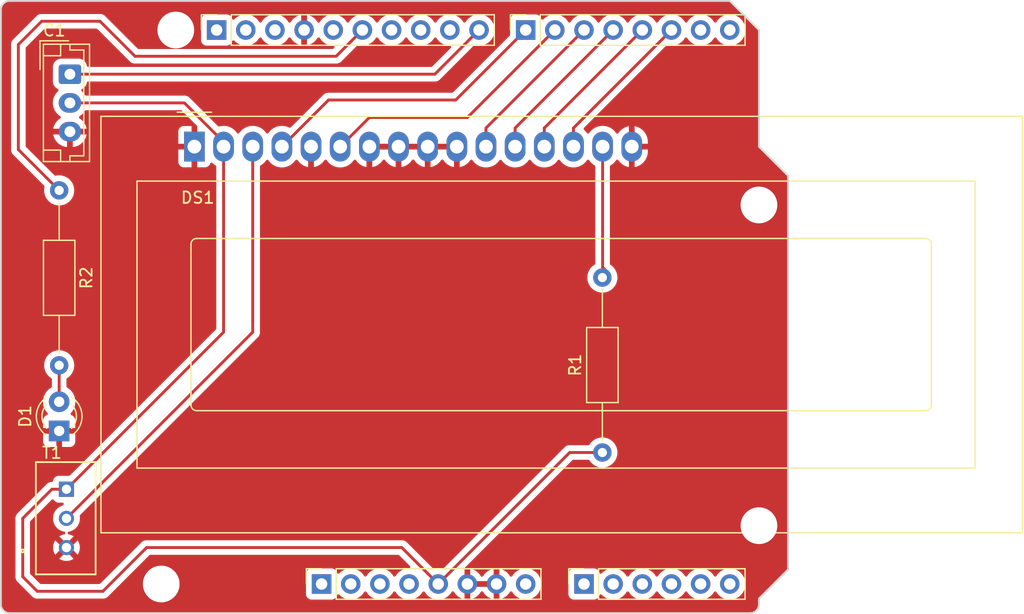
<source format=kicad_pcb>
(kicad_pcb (version 20221018) (generator pcbnew)
  (title_block (date "mar. 31 mars 2015"))
  (layers (0 "F.Cu" signal) (31 "B.Cu" signal) (34 "B.Paste" user) (35 "F.Paste" user) (36 "B.SilkS" user "B.Silkscreen") (37 "F.SilkS" user "F.Silkscreen") (38 "B.Mask" user) (39 "F.Mask" user) (44 "Edge.Cuts" user))
  (net 0 "")
  (net 1 "GND")
  (net 3 "+5V")
  (net 4 "/IOREF")
  (net 5 "/A0")
  (net 6 "/A1")
  (net 7 "/A2")
  (net 8 "/A3")
  (net 9 "/SDA{slash}A4")
  (net 10 "/SCL{slash}A5")
  (net 11 "/13")
  (net 12 "/12")
  (net 13 "/AREF")
  (net 14 "/8")
  (net 15 "/7")
  (net 16 "/*11")
  (net 17 "/*10")
  (net 18 "/*9")
  (net 19 "/4")
  (net 20 "/2")
  (net 21 "/*6")
  (net 22 "/*5")
  (net 23 "/TX{slash}1")
  (net 24 "/*3")
  (net 25 "/RX{slash}0")
  (net 26 "+3V3")
  (net 27 "VCC")
  (net 28 "/~{RESET}")
  (net 29 "Net-(DS1-VO)")
  (net 30 "Net-(DS1-LED(+))")
  (net 31 "/SDA{slash}A4*")
  (net 32 "/SCL{slash}A5*")
  (net 33 "Net-(D1-A)")
  (footprint "Connector_PinSocket_2.54mm:PinSocket_1x08_P2.54mm_Vertical" (layer "F.Cu") (at 127.94 97.46 90)
    (fp_text reference "J1" hide)
    (fp_text value "Power")
    (fp_line (start -1.33 1.27) (end -1.33 19.11) (stroke (width 0.12)) (layer "F.SilkS"))
    (fp_line (start -1.33 1.27) (end 1.33 1.27) (stroke (width 0.12)) (layer "F.SilkS"))
    (fp_line (start -1.33 19.11) (end 1.33 19.11) (stroke (width 0.12)) (layer "F.SilkS"))
    (fp_line (start 0 -1.33) (end 1.33 -1.33) (stroke (width 0.12)) (layer "F.SilkS"))
    (fp_line (start 1.33 -1.33) (end 1.33 0) (stroke (width 0.12)) (layer "F.SilkS"))
    (fp_line (start 1.33 1.27) (end 1.33 19.11) (stroke (width 0.12)) (layer "F.SilkS"))
    (pad "1" thru_hole rect locked (at 0 0 90) (size 1.7 1.7) (drill 1) (layers "*.Cu" "*.Mask"))
    (pad "2" thru_hole oval locked (at 0 2.54 90) (size 1.7 1.7) (drill 1) (layers "*.Cu" "*.Mask") (net 4 "/IOREF"))
    (pad "3" thru_hole oval locked (at 0 5.08 90) (size 1.7 1.7) (drill 1) (layers "*.Cu" "*.Mask") (net 28 "/~{RESET}"))
    (pad "4" thru_hole oval locked (at 0 7.62 90) (size 1.7 1.7) (drill 1) (layers "*.Cu" "*.Mask") (net 26 "+3V3"))
    (pad "5" thru_hole oval locked (at 0 10.16 90) (size 1.7 1.7) (drill 1) (layers "*.Cu" "*.Mask") (net 3 "+5V"))
    (pad "6" thru_hole oval locked (at 0 12.7 90) (size 1.7 1.7) (drill 1) (layers "*.Cu" "*.Mask") (net 1 "GND"))
    (pad "7" thru_hole oval locked (at 0 15.24 90) (size 1.7 1.7) (drill 1) (layers "*.Cu" "*.Mask") (net 1 "GND"))
    (pad "8" thru_hole oval locked (at 0 17.78 90) (size 1.7 1.7) (drill 1) (layers "*.Cu" "*.Mask") (net 27 "VCC"))
  )
  (footprint "Connector_PinSocket_2.54mm:PinSocket_1x06_P2.54mm_Vertical" (layer "F.Cu") (at 150.8 97.46 90)
    (fp_text reference "J3" hide)
    (fp_text value "Analog")
    (fp_line (start -1.33 1.27) (end -1.33 14.03) (stroke (width 0.12)) (layer "F.SilkS"))
    (fp_line (start -1.33 1.27) (end 1.33 1.27) (stroke (width 0.12)) (layer "F.SilkS"))
    (fp_line (start -1.33 14.03) (end 1.33 14.03) (stroke (width 0.12)) (layer "F.SilkS"))
    (fp_line (start 0 -1.33) (end 1.33 -1.33) (stroke (width 0.12)) (layer "F.SilkS"))
    (fp_line (start 1.33 -1.33) (end 1.33 0) (stroke (width 0.12)) (layer "F.SilkS"))
    (fp_line (start 1.33 1.27) (end 1.33 14.03) (stroke (width 0.12)) (layer "F.SilkS"))
    (pad "1" thru_hole rect locked (at 0 0 90) (size 1.7 1.7) (drill 1) (layers "*.Cu" "*.Mask") (net 5 "/A0"))
    (pad "2" thru_hole oval locked (at 0 2.54 90) (size 1.7 1.7) (drill 1) (layers "*.Cu" "*.Mask") (net 6 "/A1"))
    (pad "3" thru_hole oval locked (at 0 5.08 90) (size 1.7 1.7) (drill 1) (layers "*.Cu" "*.Mask") (net 7 "/A2"))
    (pad "4" thru_hole oval locked (at 0 7.62 90) (size 1.7 1.7) (drill 1) (layers "*.Cu" "*.Mask") (net 8 "/A3"))
    (pad "5" thru_hole oval locked (at 0 10.16 90) (size 1.7 1.7) (drill 1) (layers "*.Cu" "*.Mask") (net 31 "/SDA{slash}A4*"))
    (pad "6" thru_hole oval locked (at 0 12.7 90) (size 1.7 1.7) (drill 1) (layers "*.Cu" "*.Mask") (net 32 "/SCL{slash}A5*"))
  )
  (footprint "Connector_PinSocket_2.54mm:PinSocket_1x10_P2.54mm_Vertical" (layer "F.Cu") (at 118.796 49.2 90)
    (fp_text reference "J2" hide)
    (fp_text value "Digital/PWM")
    (fp_line (start -1.33 1.27) (end -1.33 24.19) (stroke (width 0.12)) (layer "F.SilkS"))
    (fp_line (start -1.33 1.27) (end 1.33 1.27) (stroke (width 0.12)) (layer "F.SilkS"))
    (fp_line (start -1.33 24.19) (end 1.33 24.19) (stroke (width 0.12)) (layer "F.SilkS"))
    (fp_line (start 0 -1.33) (end 1.33 -1.33) (stroke (width 0.12)) (layer "F.SilkS"))
    (fp_line (start 1.33 -1.33) (end 1.33 0) (stroke (width 0.12)) (layer "F.SilkS"))
    (fp_line (start 1.33 1.27) (end 1.33 24.19) (stroke (width 0.12)) (layer "F.SilkS"))
    (pad "1" thru_hole rect locked (at 0 0 90) (size 1.7 1.7) (drill 1) (layers "*.Cu" "*.Mask") (net 10 "/SCL{slash}A5"))
    (pad "2" thru_hole oval locked (at 0 2.54 90) (size 1.7 1.7) (drill 1) (layers "*.Cu" "*.Mask") (net 9 "/SDA{slash}A4"))
    (pad "3" thru_hole oval locked (at 0 5.08 90) (size 1.7 1.7) (drill 1) (layers "*.Cu" "*.Mask") (net 13 "/AREF"))
    (pad "4" thru_hole oval locked (at 0 7.62 90) (size 1.7 1.7) (drill 1) (layers "*.Cu" "*.Mask") (net 1 "GND"))
    (pad "5" thru_hole oval locked (at 0 10.16 90) (size 1.7 1.7) (drill 1) (layers "*.Cu" "*.Mask") (net 11 "/13"))
    (pad "6" thru_hole oval locked (at 0 12.7 90) (size 1.7 1.7) (drill 1) (layers "*.Cu" "*.Mask") (net 12 "/12"))
    (pad "7" thru_hole oval locked (at 0 15.24 90) (size 1.7 1.7) (drill 1) (layers "*.Cu" "*.Mask") (net 16 "/*11"))
    (pad "8" thru_hole oval locked (at 0 17.78 90) (size 1.7 1.7) (drill 1) (layers "*.Cu" "*.Mask") (net 17 "/*10"))
    (pad "9" thru_hole oval locked (at 0 20.32 90) (size 1.7 1.7) (drill 1) (layers "*.Cu" "*.Mask") (net 18 "/*9"))
    (pad "10" thru_hole oval locked (at 0 22.86 90) (size 1.7 1.7) (drill 1) (layers "*.Cu" "*.Mask") (net 14 "/8"))
  )
  (footprint "Connector_PinSocket_2.54mm:PinSocket_1x08_P2.54mm_Vertical" (layer "F.Cu") (at 145.72 49.2 90)
    (fp_text reference "J4" hide)
    (fp_text value "Digital/PWM")
    (fp_line (start -1.33 1.27) (end -1.33 19.11) (stroke (width 0.12)) (layer "F.SilkS"))
    (fp_line (start -1.33 1.27) (end 1.33 1.27) (stroke (width 0.12)) (layer "F.SilkS"))
    (fp_line (start -1.33 19.11) (end 1.33 19.11) (stroke (width 0.12)) (layer "F.SilkS"))
    (fp_line (start 0 -1.33) (end 1.33 -1.33) (stroke (width 0.12)) (layer "F.SilkS"))
    (fp_line (start 1.33 -1.33) (end 1.33 0) (stroke (width 0.12)) (layer "F.SilkS"))
    (fp_line (start 1.33 1.27) (end 1.33 19.11) (stroke (width 0.12)) (layer "F.SilkS"))
    (pad "1" thru_hole rect locked (at 0 0 90) (size 1.7 1.7) (drill 1) (layers "*.Cu" "*.Mask") (net 15 "/7"))
    (pad "2" thru_hole oval locked (at 0 2.54 90) (size 1.7 1.7) (drill 1) (layers "*.Cu" "*.Mask") (net 21 "/*6"))
    (pad "3" thru_hole oval locked (at 0 5.08 90) (size 1.7 1.7) (drill 1) (layers "*.Cu" "*.Mask") (net 22 "/*5"))
    (pad "4" thru_hole oval locked (at 0 7.62 90) (size 1.7 1.7) (drill 1) (layers "*.Cu" "*.Mask") (net 19 "/4"))
    (pad "5" thru_hole oval locked (at 0 10.16 90) (size 1.7 1.7) (drill 1) (layers "*.Cu" "*.Mask") (net 24 "/*3"))
    (pad "6" thru_hole oval locked (at 0 12.7 90) (size 1.7 1.7) (drill 1) (layers "*.Cu" "*.Mask") (net 20 "/2"))
    (pad "7" thru_hole oval locked (at 0 15.24 90) (size 1.7 1.7) (drill 1) (layers "*.Cu" "*.Mask") (net 23 "/TX{slash}1"))
    (pad "8" thru_hole oval locked (at 0 17.78 90) (size 1.7 1.7) (drill 1) (layers "*.Cu" "*.Mask") (net 25 "/RX{slash}0"))
  )
  (footprint "Connector_JST:JST_EH_B3B-EH-A_1x03_P2.50mm_Vertical" (layer "F.Cu") (at 106.015 53.05 -90)
    (fp_text reference "C1" (at -3.81 1.36 -180) (layer "F.SilkS"))
    (fp_text value "Conn_01x03")
    (fp_line (start -2.91 0.11) (end -2.91 2.61) (stroke (width 0.12)) (layer "F.SilkS"))
    (fp_line (start -2.91 2.61) (end -0.41 2.61) (stroke (width 0.12)) (layer "F.SilkS"))
    (fp_line (start -2.61 -1.71) (end -2.61 2.31) (stroke (width 0.12)) (layer "F.SilkS"))
    (fp_line (start -2.61 0) (end -2.11 0) (stroke (width 0.12)) (layer "F.SilkS"))
    (fp_line (start -2.61 0.81) (end -1.61 0.81) (stroke (width 0.12)) (layer "F.SilkS"))
    (fp_line (start -2.61 2.31) (end 7.61 2.31) (stroke (width 0.12)) (layer "F.SilkS"))
    (fp_line (start -2.11 -1.21) (end 7.11 -1.21) (stroke (width 0.12)) (layer "F.SilkS"))
    (fp_line (start -2.11 0) (end -2.11 -1.21) (stroke (width 0.12)) (layer "F.SilkS"))
    (fp_line (start -1.61 0.81) (end -1.61 2.31) (stroke (width 0.12)) (layer "F.SilkS"))
    (fp_line (start 6.61 0.81) (end 6.61 2.31) (stroke (width 0.12)) (layer "F.SilkS"))
    (fp_line (start 7.11 -1.21) (end 7.11 0) (stroke (width 0.12)) (layer "F.SilkS"))
    (fp_line (start 7.11 0) (end 7.61 0) (stroke (width 0.12)) (layer "F.SilkS"))
    (fp_line (start 7.61 -1.71) (end -2.61 -1.71) (stroke (width 0.12)) (layer "F.SilkS"))
    (fp_line (start 7.61 0.81) (end 6.61 0.81) (stroke (width 0.12)) (layer "F.SilkS"))
    (fp_line (start 7.61 2.31) (end 7.61 -1.71) (stroke (width 0.12)) (layer "F.SilkS"))
    (pad "1" thru_hole roundrect (at 0 0 270) (size 1.7 1.95) (drill 0.95) (layers "*.Cu" "*.Mask") (roundrect_rratio 0.1470588235) (net 14 "/8"))
    (pad "2" thru_hole oval (at 2.5 0 270) (size 1.7 1.95) (drill 0.95) (layers "*.Cu" "*.Mask") (net 3 "+5V"))
    (pad "3" thru_hole oval (at 5 0 270) (size 1.7 1.95) (drill 0.95) (layers "*.Cu" "*.Mask") (net 1 "GND"))
  )
  (footprint "Arduino_MountingHole:MountingHole_3.2mm" (layer "F.Cu") (at 115.24 49.2)
    (fp_text reference "MH1" hide)
    (fp_text value "MountingHole_3.2mm" hide)
    (pad "" np_thru_hole circle locked (at 0 0) (size 3.2 3.2) (drill 3.2) (layers "*.Cu" "*.Mask"))
  )
  (footprint "Resistor_THT:R_Axial_DIN0207_L6.3mm_D2.5mm_P15.24mm_Horizontal" (layer "F.Cu") (at 105.08 63.17 -90)
    (fp_text reference "R2" (at 7.62 -2.37 90) (layer "F.SilkS"))
    (fp_text value "220Ω")
    (fp_line (start 1.04 0) (end 4.35 0) (stroke (width 0.12)) (layer "F.SilkS"))
    (fp_line (start 4.35 -1.37) (end 4.35 1.37) (stroke (width 0.12)) (layer "F.SilkS"))
    (fp_line (start 4.35 1.37) (end 10.89 1.37) (stroke (width 0.12)) (layer "F.SilkS"))
    (fp_line (start 10.89 -1.37) (end 4.35 -1.37) (stroke (width 0.12)) (layer "F.SilkS"))
    (fp_line (start 10.89 1.37) (end 10.89 -1.37) (stroke (width 0.12)) (layer "F.SilkS"))
    (fp_line (start 14.2 0) (end 10.89 0) (stroke (width 0.12)) (layer "F.SilkS"))
    (pad "1" thru_hole circle (at 0 0 270) (size 1.6 1.6) (drill 0.8) (layers "*.Cu" "*.Mask") (net 12 "/12"))
    (pad "2" thru_hole oval (at 15.24 0 270) (size 1.6 1.6) (drill 0.8) (layers "*.Cu" "*.Mask") (net 33 "Net-(D1-A)"))
  )
  (footprint "TRIMMER:POT_3296W" (layer "F.Cu") (at 105.715 89.205 -90)
    (fp_text reference "T1" (at -3.175 1.27 unlocked) (layer "F.SilkS"))
    (fp_text value "3296W-1-502LF")
    (fp_line (start -2.3622 -2.54) (end -2.3622 2.667) (stroke (width 0.1524)) (layer "F.SilkS"))
    (fp_line (start -2.3622 2.667) (end 7.4168 2.667) (stroke (width 0.1524)) (layer "F.SilkS"))
    (fp_line (start 7.4168 -2.54) (end -2.3622 -2.54) (stroke (width 0.1524)) (layer "F.SilkS"))
    (fp_line (start 7.4168 2.667) (end 7.4168 -2.54) (stroke (width 0.1524)) (layer "F.SilkS"))
    (fp_circle (center 5.3721 3.81) (end 5.4991 3.81) (stroke (width 0.1524)) (fill none) (layer "F.SilkS"))
    (pad "1" thru_hole circle (at 5.08 0 270) (size 1.3208 1.3208) (drill 0.8128) (layers "*.Cu" "*.Mask") (net 1 "GND"))
    (pad "2" thru_hole circle (at 2.54 0 270) (size 1.3208 1.3208) (drill 0.8128) (layers "*.Cu" "*.Mask") (net 29 "Net-(DS1-VO)"))
    (pad "3" thru_hole rect (at 0 0 270) (size 1.3208 1.3208) (drill 0.8128) (layers "*.Cu" "*.Mask") (net 3 "+5V"))
  )
  (footprint "LED_THT:LED_D3.0mm" (layer "F.Cu") (at 105.08 84.125 90)
    (fp_text reference "D1" (at 1.27 -2.96 90) (layer "F.SilkS"))
    (fp_text value "LED")
    (fp_line (start -0.29 -1.236) (end -0.29 -1.08) (stroke (width 0.12)) (layer "F.SilkS"))
    (fp_line (start -0.29 1.08) (end -0.29 1.236) (stroke (width 0.12)) (layer "F.SilkS"))
    (fp_arc (start -0.29 -1.235516) (mid 1.366487 -1.987659) (end 2.942335 -1.078608) (stroke (width 0.12)) (layer "F.SilkS"))
    (fp_arc (start 0.229039 -1.08) (mid 1.270117 -1.5) (end 2.31113 -1.079837) (stroke (width 0.12)) (layer "F.SilkS"))
    (fp_arc (start 2.31113 1.079837) (mid 1.270117 1.5) (end 0.229039 1.08) (stroke (width 0.12)) (layer "F.SilkS"))
    (fp_arc (start 2.942335 1.078608) (mid 1.366487 1.987659) (end -0.29 1.235516) (stroke (width 0.12)) (layer "F.SilkS"))
    (pad "1" thru_hole rect (at 0 0 90) (size 1.8 1.8) (drill 0.9) (layers "*.Cu" "*.Mask") (net 1 "GND"))
    (pad "2" thru_hole circle (at 2.54 0 90) (size 1.8 1.8) (drill 0.9) (layers "*.Cu" "*.Mask") (net 33 "Net-(D1-A)"))
  )
  (footprint "Display:WC1602A" (layer "F.Cu") (at 116.86052 59.36)
    (fp_text reference "DS1" (at 0.28448 4.445) (layer "F.SilkS"))
    (fp_text value "WC1602A")
    (fp_line (start -8.14 -2.64) (end -8.14 33.64) (stroke (width 0.12)) (layer "F.SilkS"))
    (fp_line (start -8.14 33.64) (end 72.14 33.64) (stroke (width 0.12)) (layer "F.SilkS"))
    (fp_line (start -8.13 -2.64) (end -7.34 -2.64) (stroke (width 0.12)) (layer "F.SilkS"))
    (fp_line (start -5 3) (end 68 3) (stroke (width 0.12)) (layer "F.SilkS"))
    (fp_line (start -5 28) (end -5 3) (stroke (width 0.12)) (layer "F.SilkS"))
    (fp_line (start -1.5 -3) (end 1.5 -3) (stroke (width 0.12)) (layer "F.SilkS"))
    (fp_line (start -0.29972 22.49932) (end -0.29972 8.5) (stroke (width 0.12)) (layer "F.SilkS"))
    (fp_line (start 0.2 8) (end 63.7 8) (stroke (width 0.12)) (layer "F.SilkS"))
    (fp_line (start 63.70066 23) (end 0.2 23) (stroke (width 0.12)) (layer "F.SilkS"))
    (fp_line (start 64.2 8.5) (end 64.2 22.5) (stroke (width 0.12)) (layer "F.SilkS"))
    (fp_line (start 68 3) (end 68 28) (stroke (width 0.12)) (layer "F.SilkS"))
    (fp_line (start 68 28) (end -5 28) (stroke (width 0.12)) (layer "F.SilkS"))
    (fp_line (start 72.14 -2.64) (end -7.34 -2.64) (stroke (width 0.12)) (layer "F.SilkS"))
    (fp_line (start 72.14 33.64) (end 72.14 -2.64) (stroke (width 0.12)) (layer "F.SilkS"))
    (fp_arc (start -0.29972 8.49884) (mid -0.153162 8.145018) (end 0.20066 7.99846) (stroke (width 0.12)) (layer "F.SilkS"))
    (fp_arc (start 0.20066 22.9997) (mid -0.153162 22.853142) (end -0.29972 22.49932) (stroke (width 0.12)) (layer "F.SilkS"))
    (fp_arc (start 63.7 8) (mid 64.053553 8.146447) (end 64.2 8.5) (stroke (width 0.12)) (layer "F.SilkS"))
    (fp_arc (start 64.20104 22.49932) (mid 64.054473 22.853115) (end 63.70066 22.9997) (stroke (width 0.12)) (layer "F.SilkS"))
    (pad "1" thru_hole rect (at 0 0) (size 1.8 2.6) (drill 1.2) (layers "*.Cu" "*.Mask") (net 1 "GND"))
    (pad "2" thru_hole oval (at 2.54 0) (size 1.8 2.6) (drill 1.2) (layers "*.Cu" "*.Mask") (net 3 "+5V"))
    (pad "3" thru_hole oval (at 5.08 0) (size 1.8 2.6) (drill 1.2) (layers "*.Cu" "*.Mask") (net 29 "Net-(DS1-VO)"))
    (pad "4" thru_hole oval (at 7.62 0) (size 1.8 2.6) (drill 1.2) (layers "*.Cu" "*.Mask") (net 15 "/7"))
    (pad "5" thru_hole oval (at 10.16 0) (size 1.8 2.6) (drill 1.2) (layers "*.Cu" "*.Mask") (net 1 "GND"))
    (pad "6" thru_hole oval (at 12.7 0) (size 1.8 2.6) (drill 1.2) (layers "*.Cu" "*.Mask") (net 21 "/*6"))
    (pad "7" thru_hole oval (at 15.24 0) (size 1.8 2.6) (drill 1.2) (layers "*.Cu" "*.Mask") (net 1 "GND"))
    (pad "8" thru_hole oval (at 17.78 0) (size 1.8 2.6) (drill 1.2) (layers "*.Cu" "*.Mask") (net 1 "GND"))
    (pad "9" thru_hole oval (at 20.32 0) (size 1.8 2.6) (drill 1.2) (layers "*.Cu" "*.Mask") (net 1 "GND"))
    (pad "10" thru_hole oval (at 22.86 0) (size 1.8 2.6) (drill 1.2) (layers "*.Cu" "*.Mask") (net 1 "GND"))
    (pad "11" thru_hole oval (at 25.4 0) (size 1.8 2.6) (drill 1.2) (layers "*.Cu" "*.Mask") (net 22 "/*5"))
    (pad "12" thru_hole oval (at 27.94 0) (size 1.8 2.6) (drill 1.2) (layers "*.Cu" "*.Mask") (net 19 "/4"))
    (pad "13" thru_hole oval (at 30.48 0) (size 1.8 2.6) (drill 1.2) (layers "*.Cu" "*.Mask") (net 24 "/*3"))
    (pad "14" thru_hole oval (at 33.02 0) (size 1.8 2.6) (drill 1.2) (layers "*.Cu" "*.Mask") (net 20 "/2"))
    (pad "15" thru_hole oval (at 35.56 0) (size 1.8 2.6) (drill 1.2) (layers "*.Cu" "*.Mask") (net 30 "Net-(DS1-LED(+))"))
    (pad "16" thru_hole oval (at 38.1 0) (size 1.8 2.6) (drill 1.2) (layers "*.Cu" "*.Mask") (net 1 "GND"))
  )
  (footprint "Arduino_MountingHole:MountingHole_3.2mm" (layer "F.Cu") (at 113.97 97.46)
    (fp_text reference "MH2" hide)
    (fp_text value "MountingHole_3.2mm" hide)
    (pad "" np_thru_hole circle locked (at 0 0) (size 3.2 3.2) (drill 3.2) (layers "*.Cu" "*.Mask"))
  )
  (footprint "Arduino_MountingHole:MountingHole_3.2mm" (layer "F.Cu") (at 166.04 64.44)
    (fp_text reference "MH3" hide)
    (fp_text value "MountingHole_3.2mm" hide)
    (pad "" np_thru_hole circle locked (at 0 0) (size 3.2 3.2) (drill 3.2) (layers "*.Cu" "*.Mask"))
  )
  (footprint "Arduino_MountingHole:MountingHole_3.2mm" (layer "F.Cu") (at 166.04 92.38)
    (fp_text reference "MH4" hide)
    (fp_text value "MountingHole_3.2mm" hide)
    (pad "" np_thru_hole circle locked (at 0 0) (size 3.2 3.2) (drill 3.2) (layers "*.Cu" "*.Mask"))
  )
  (footprint "Resistor_THT:R_Axial_DIN0207_L6.3mm_D2.5mm_P15.24mm_Horizontal" (layer "F.Cu") (at 152.4002 86.005 90)
    (fp_text reference "R1" (at 7.62 -2.37 90) (layer "F.SilkS"))
    (fp_text value "220Ω")
    (fp_line (start 1.04 0) (end 4.35 0) (stroke (width 0.12)) (layer "F.SilkS"))
    (fp_line (start 4.35 -1.37) (end 4.35 1.37) (stroke (width 0.12)) (layer "F.SilkS"))
    (fp_line (start 4.35 1.37) (end 10.89 1.37) (stroke (width 0.12)) (layer "F.SilkS"))
    (fp_line (start 10.89 -1.37) (end 4.35 -1.37) (stroke (width 0.12)) (layer "F.SilkS"))
    (fp_line (start 10.89 1.37) (end 10.89 -1.37) (stroke (width 0.12)) (layer "F.SilkS"))
    (fp_line (start 14.2 0) (end 10.89 0) (stroke (width 0.12)) (layer "F.SilkS"))
    (pad "1" thru_hole circle (at 0 0 90) (size 1.6 1.6) (drill 0.8) (layers "*.Cu" "*.Mask") (net 3 "+5V"))
    (pad "2" thru_hole oval (at 15.24 0 90) (size 1.6 1.6) (drill 0.8) (layers "*.Cu" "*.Mask") (net 30 "Net-(DS1-LED(+))"))
  )
  (gr_line (start 166.04 59.36) (end 168.58 61.9) (stroke (width 0.15)) (layer "Edge.Cuts"))
  (gr_line (start 100 99.238) (end 100 47.422) (stroke (width 0.15)) (layer "Edge.Cuts"))
  (gr_line (start 168.58 61.9) (end 168.58 96.19) (stroke (width 0.15)) (layer "Edge.Cuts"))
  (gr_line (start 165.278 100) (end 100.762 100) (stroke (width 0.15)) (layer "Edge.Cuts"))
  (gr_line (start 100.762 46.66) (end 163.5 46.66) (stroke (width 0.15)) (layer "Edge.Cuts"))
  (gr_arc (start 100.762 100) (mid 100.223185 99.776815) (end 100 99.238) (stroke (width 0.15)) (layer "Edge.Cuts"))
  (gr_line (start 168.58 96.19) (end 166.04 98.73) (stroke (width 0.15)) (layer "Edge.Cuts"))
  (gr_line (start 163.5 46.66) (end 166.04 49.2) (stroke (width 0.15)) (layer "Edge.Cuts"))
  (gr_arc (start 166.04 99.238) (mid 165.816815 99.776815) (end 165.278 100) (stroke (width 0.15)) (layer "Edge.Cuts"))
  (gr_line (start 166.04 49.2) (end 166.04 59.36) (stroke (width 0.15)) (layer "Edge.Cuts"))
  (gr_line (start 166.04 98.73) (end 166.04 99.238) (stroke (width 0.15)) (layer "Edge.Cuts"))
  (gr_arc (start 100 47.422) (mid 100.223185 46.883185) (end 100.762 46.66) (stroke (width 0.15)) (layer "Edge.Cuts"))
  (segment (start 108.89 98.095) (end 103.175 98.095) (width 0.25) (layer "F.Cu") (net 3))
  (segment (start 119.40052 58.96) (end 119.40052 59.36) (width 0.25) (layer "F.Cu") (net 3))
  (segment (start 103.175 98.095) (end 101.905 96.825) (width 0.25) (layer "F.Cu") (net 3))
  (segment (start 119.40052 75.51948) (end 119.40052 59.36) (width 0.25) (layer "F.Cu") (net 3))
  (segment (start 104.445 89.205) (end 101.905 91.745) (width 0.25) (layer "F.Cu") (net 3))
  (segment (start 106.015 55.55) (end 115.99052 55.55) (width 0.25) (layer "F.Cu") (net 3))
  (segment (start 149.555 86.005) (end 152.4002 86.005) (width 0.25) (layer "F.Cu") (net 3))
  (segment (start 134.925 94.285) (end 138.1 97.46) (width 0.25) (layer "F.Cu") (net 3))
  (segment (start 105.715 89.205) (end 119.40052 75.51948) (width 0.25) (layer "F.Cu") (net 3))
  (segment (start 112.7 94.285) (end 134.925 94.285) (width 0.25) (layer "F.Cu") (net 3))
  (segment (start 138.1 97.46) (end 149.555 86.005) (width 0.25) (layer "F.Cu") (net 3))
  (segment (start 108.89 98.095) (end 112.7 94.285) (width 0.25) (layer "F.Cu") (net 3))
  (segment (start 115.99052 55.55) (end 119.40052 58.96) (width 0.25) (layer "F.Cu") (net 3))
  (segment (start 101.905 91.745) (end 101.905 96.825) (width 0.25) (layer "F.Cu") (net 3))
  (segment (start 105.715 89.205) (end 104.445 89.205) (width 0.25) (layer "F.Cu") (net 3))
  (segment (start 108.636 48.438) (end 103.556 48.438) (width 0.25) (layer "F.Cu") (net 12))
  (segment (start 103.556 48.438) (end 101.524 50.47) (width 0.25) (layer "F.Cu") (net 12))
  (segment (start 101.524 59.614) (end 105.08 63.17) (width 0.25) (layer "F.Cu") (net 12))
  (segment (start 131.496 49.2) (end 129.21 51.486) (width 0.25) (layer "F.Cu") (net 12))
  (segment (start 111.684 51.486) (end 108.636 48.438) (width 0.25) (layer "F.Cu") (net 12))
  (segment (start 101.524 50.47) (end 101.524 59.614) (width 0.25) (layer "F.Cu") (net 12))
  (segment (start 129.21 51.486) (end 111.684 51.486) (width 0.25) (layer "F.Cu") (net 12))
  (segment (start 137.806 53.05) (end 106.015 53.05) (width 0.25) (layer "F.Cu") (net 14))
  (segment (start 141.656 49.2) (end 137.806 53.05) (width 0.25) (layer "F.Cu") (net 14))
  (segment (start 145.72 49.2) (end 139.624 55.296) (width 0.25) (layer "F.Cu") (net 15))
  (segment (start 139.624 55.296) (end 128.54452 55.296) (width 0.25) (layer "F.Cu") (net 15))
  (segment (start 128.54452 55.296) (end 124.48052 59.36) (width 0.25) (layer "F.Cu") (net 15))
  (segment (start 144.80052 59.36) (end 144.80052 57.73948) (width 0.25) (layer "F.Cu") (net 19))
  (segment (start 144.80052 57.73948) (end 153.34 49.2) (width 0.25) (layer "F.Cu") (net 19))
  (segment (start 149.88052 59.36) (end 149.88052 57.73948) (width 0.25) (layer "F.Cu") (net 20))
  (segment (start 149.88052 57.73948) (end 158.42 49.2) (width 0.25) (layer "F.Cu") (net 20))
  (segment (start 140.64 56.82) (end 132.10052 56.82) (width 0.25) (layer "F.Cu") (net 21))
  (segment (start 132.10052 56.82) (end 129.56052 59.36) (width 0.25) (layer "F.Cu") (net 21))
  (segment (start 148.26 49.2) (end 140.64 56.82) (width 0.25) (layer "F.Cu") (net 21))
  (segment (start 142.26052 59.36) (end 142.26052 57.73948) (width 0.25) (layer "F.Cu") (net 22))
  (segment (start 142.26052 57.73948) (end 150.8 49.2) (width 0.25) (layer "F.Cu") (net 22))
  (segment (start 147.34052 57.73948) (end 155.88 49.2) (width 0.25) (layer "F.Cu") (net 24))
  (segment (start 147.34052 59.36) (end 147.34052 57.73948) (width 0.25) (layer "F.Cu") (net 24))
  (segment (start 105.715 91.745) (end 121.94052 75.51948) (width 0.25) (layer "F.Cu") (net 29))
  (segment (start 121.94052 75.51948) (end 121.94052 59.36) (width 0.25) (layer "F.Cu") (net 29))
  (segment (start 152.42052 59.36) (end 152.42052 69.87052) (width 0.25) (layer "F.Cu") (net 30))
  (segment (start 152.42052 69.87052) (end 152.705 70.155) (width 0.25) (layer "F.Cu") (net 30))
  (segment (start 152.705 70.155) (end 152.4002 70.4598) (width 0.25) (layer "F.Cu") (net 30))
  (segment (start 152.4002 70.4598) (end 152.4002 70.765) (width 0.25) (layer "F.Cu") (net 30))
  (segment (start 105.08 78.41) (end 105.08 81.585) (width 0.25) (layer "F.Cu") (net 33))
  (zone (net 1) (net_name "GND") (layer "F.Cu") (connect_pads (clearance 0.508)) (min_thickness 0.25) (fill yes (thermal_gap 0.5) (thermal_bridge_width 0.5))
    (polygon (pts (xy 100 46.66) (xy 163.5 46.66) (xy 166.04 49.2) (xy 166.04 59.36) (xy 168.58 61.9) (xy 168.58 96.19) (xy 166.04 98.73) (xy 166.04 100) (xy 100 100)))
  )
)
</source>
